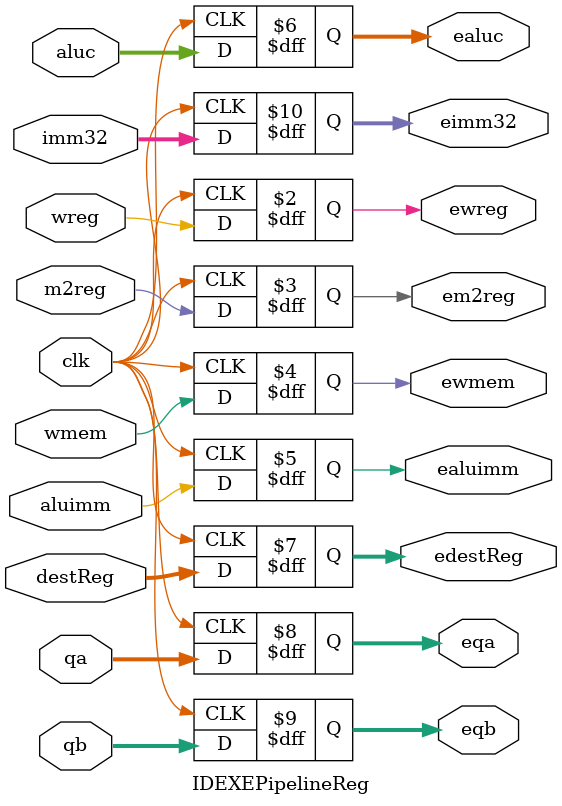
<source format=v>
`timescale 1ns / 1ps

module PC(
    input [31:0] nextPc,
    input clk,
    output reg [31:0] pc
);
    initial pc = 32'd100;
    
    always @(posedge clk)
    begin
        pc = nextPc;
    end
endmodule

module InstructionMemory(
    input [31:0] pc,
    output reg [31:0] instOut
);
    reg [31:0] memory [63:0];
    
    initial begin
        memory[25] <= {6'b100011, 5'b00001, 5'b00010, 16'h0000};
        memory[26] <= {6'b100011, 5'b00001, 5'b00011, 16'h0004};
    
        /*
        memory[0] <= hA00000AA;
        memory[1] <= h10000011;
        memory[2] <= h20000022;
        memory[3] <= h30000033;
        memory[4] <= h40000044;
        memory[5] <= h50000055;
        memory[6] <= h60000066;
        memory[7] <= h70000077;
        memory[8] <= h80000088;
        memory[9] <= h90000099; 
        */
    end
    
    always @(*)
        instOut <= memory[pc[7:2]];
endmodule

module PCAdder(
    input [31:0] pc,
    output reg [31:0] nextPc
);
    always @(*)
        nextPc <= pc + 4;
endmodule

module IFIDPipelineReg(
    input [31:0]instOut,
    input clk,
    output reg [31:0] dinstOut
);
    always @(posedge clk)
        dinstOut <= instOut;
endmodule

module ControlUnit(
    input [5:0] op, func,
    output reg wreg, m2reg, wmem, aluimm, regrt,
    output reg [3:0] aluc
);
    always @(*)
    begin
        case(op)
            'b000000: //r-type
             begin
                wreg   = 'b1;
                m2reg  = 'b0;
                wmem   = 'b0;
                aluimm = 'b0;
                regrt  = 'b0;
                case(func)
                    'b100000: //add
                    begin
                        aluc = 'b0010;
                    end
                    'b100010: //sub
                    begin
                        aluc = 'b0110;
                    end
                endcase
             end
             'b100011: //lw
             begin
                wreg   = 'b1;
                m2reg  = 'b1;
                wmem   = 'b0;
                aluc   = 'b0010;
                aluimm = 'b1;
                regrt  = 'b1;
             end
         endcase
    end
endmodule

module RegrtMux(
    input [4:0] rt, rd,
    input regrt,
    output reg [4:0] destReg
);
    always @(*)
    begin
        if (regrt == 0)
            destReg = rd;
        else
            destReg = rt;
       end 
endmodule


module RegFile(
    input [4:0] rs, rt,
    output reg [31:0] qa, qb
);
    reg [31:0] registers[0:31];
    always @(*)
    begin
        qa = registers[rs];
        qb = registers[rt];
    end
endmodule

module ImmExtender(
    input [15:0] imm,
    output reg [31:0] imm32
);
    always @(*)
        imm32 = {{16{imm[15]}}, imm};
endmodule

module IDEXEPipelineReg(
    input wreg, m2reg, wmem, aluimm, clk,
    input [3:0] aluc,
    input [4:0] destReg,
    input [31:0] qa, qb, imm32,
    
    output reg ewreg, em2reg, ewmem, ealuimm,
    output reg [3:0] ealuc,
    output reg [4:0] edestReg,
    output reg [31:0] eqa, eqb, eimm32
);
    always @(posedge clk)
    begin
        ewreg    = wreg;
        em2reg   = m2reg;
        ewmem    = wmem;
        ealuc    = aluc;
        ealuimm  = aluimm;
        edestReg = destReg;
        eqa      = qa;
        eqb      = qb;
        eimm32   = imm32;
    end
endmodule
</source>
